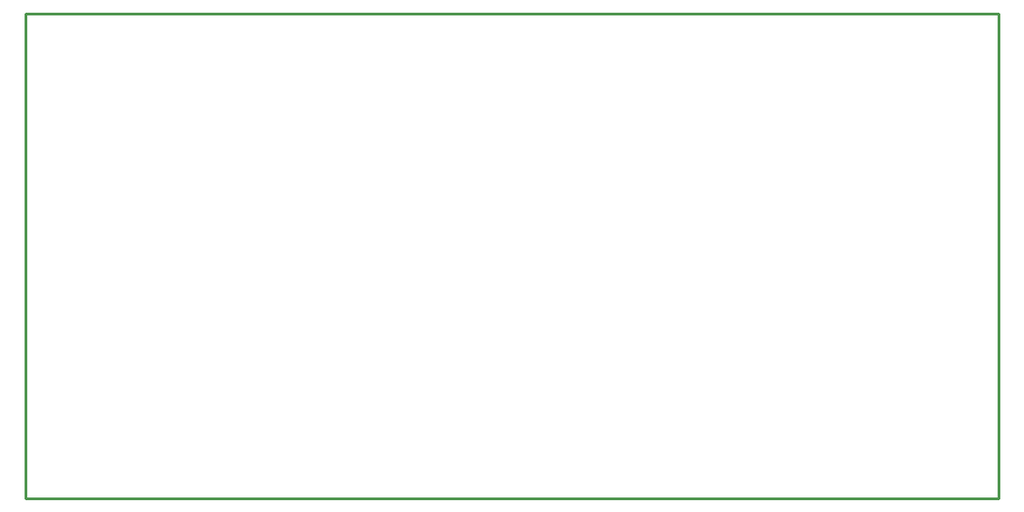
<source format=gko>
G04 Layer: BoardOutlineLayer*
G04 EasyEDA v6.5.46, 2025-05-24 16:21:16*
G04 ef174af1d8114eec8ec5a0e0ba4c07ea,10*
G04 Gerber Generator version 0.2*
G04 Scale: 100 percent, Rotated: No, Reflected: No *
G04 Dimensions in millimeters *
G04 leading zeros omitted , absolute positions ,4 integer and 5 decimal *
%FSLAX45Y45*%
%MOMM*%

%ADD10C,0.2540*%
D10*
X700023Y6800087D02*
G01*
X700023Y7721600D01*
X9753600Y7721600D01*
X9753600Y3199892D01*
X700023Y3199892D01*
X700023Y6800087D01*

%LPD*%
M02*

</source>
